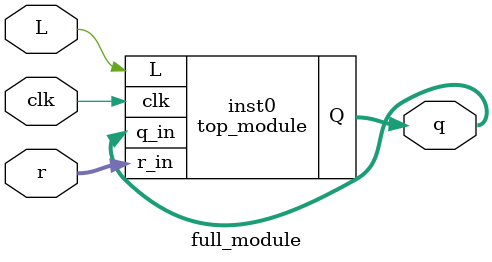
<source format=sv>
module top_module(
    input clk,
    input L,
    input [2:0] q_in,
    input [2:0] r_in,
    output reg [2:0] Q
);

always @(posedge clk) begin
    if (L) begin
        Q <= r_in;
    end else begin
        Q <= {Q[1] ^ Q[2], Q[0], Q[2]};
    end
end

endmodule
module full_module (
    input [2:0] r,
    input L,
    input clk,
    output reg [2:0] q
);

top_module inst0 (
    .clk(clk),
    .L(L),
    .q_in(q),
    .r_in(r),
    .Q(q)
);

endmodule

</source>
